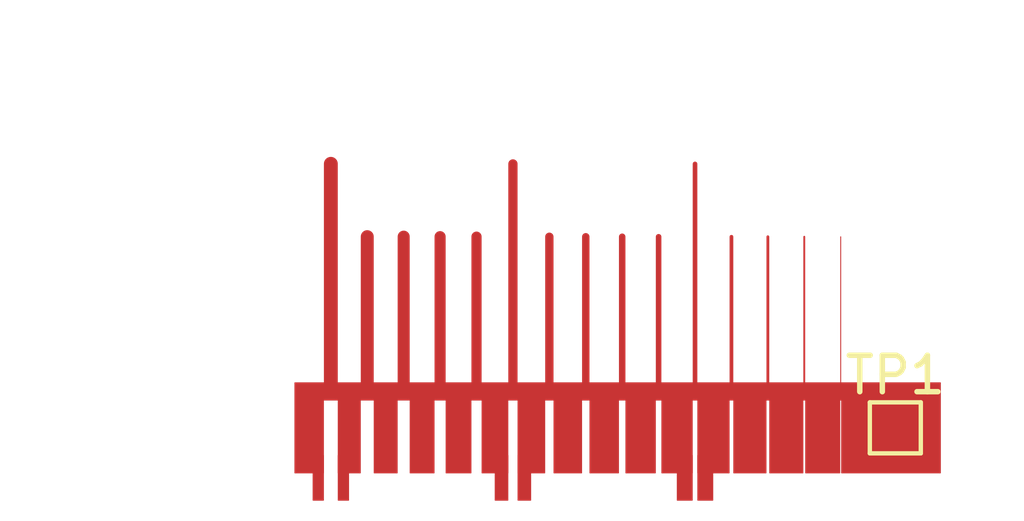
<source format=kicad_pcb>
(kicad_pcb (version 20211014) (generator pcbnew)
  (layers (0 "F.Cu" signal) (31 "B.Cu" signal) (34 "B.Paste" user) (35 "F.Paste" user) (36 "B.SilkS" user "B.Silkscreen") (37 "F.SilkS" user "F.Silkscreen") (38 "B.Mask" user) (39 "F.Mask" user) (44 "Edge.Cuts" user))
  (net 0 "")
  (net 1 "GND")
  (footprint "TestPoint:TestPoint_Pad_1.0x1.0mm" (layer "F.Cu") (at 64.5 34.25)
    (fp_text reference "TP1" (at 0 -1.448) (layer "F.SilkS"))
    (fp_text value "TestPoint")
    (fp_line (start 0.7 0.7) (end -0.7 0.7) (layer "F.SilkS") (width 0.12))
    (fp_line (start -0.7 -0.7) (end 0.7 -0.7) (layer "F.SilkS") (width 0.12))
    (fp_line (start -0.7 0.7) (end -0.7 -0.7) (layer "F.SilkS") (width 0.12))
    (fp_line (start 0.7 -0.7) (end 0.7 0.7) (layer "F.SilkS") (width 0.12))
    (pad "1" smd rect locked (at 0 0) (size 1 1) (layers "F.Cu" "F.Mask") (net 1 "GND"))
  )
  (segment (start 62 33.002738) (end 62 29.002738) (width 0.0508) (layer "F.Cu") (net 1))
  (segment (start 53 33) (end 53 29) (width 0.2794) (layer "F.Cu") (net 1))
  (segment (start 54 33.002738) (end 54 27.002738) (width 0.254) (layer "F.Cu") (net 1))
  (segment (start 59 33.002738) (end 59 27.002738) (width 0.127) (layer "F.Cu") (net 1))
  (segment (start 49 33) (end 49 27) (width 0.381) (layer "F.Cu") (net 1))
  (segment (start 63 33.002738) (end 63 29.002738) (width 0.0254) (layer "F.Cu") (net 1))
  (segment (start 57 33.002738) (end 57 29.002738) (width 0.1778) (layer "F.Cu") (net 1))
  (segment (start 58 33.002738) (end 58 29.002738) (width 0.1524) (layer "F.Cu") (net 1))
  (segment (start 60 33.002738) (end 60 29.002738) (width 0.1016) (layer "F.Cu") (net 1))
  (segment (start 55 33.002738) (end 55 29.002738) (width 0.2286) (layer "F.Cu") (net 1))
  (segment (start 50 33) (end 50 29) (width 0.3556) (layer "F.Cu") (net 1))
  (segment (start 52 33) (end 52 29) (width 0.3048) (layer "F.Cu") (net 1))
  (segment (start 56 33.002738) (end 56 29.002738) (width 0.2032) (layer "F.Cu") (net 1))
  (segment (start 61 33.002738) (end 61 29.002738) (width 0.0762) (layer "F.Cu") (net 1))
  (segment (start 51 33) (end 51 29) (width 0.3302) (layer "F.Cu") (net 1))
  (zone (net 0) (net_name "") (layer "F.Cu") (connect_pads yes (clearance 0)) (min_thickness 0.0254)
    (keepout (tracks not_allowed) (vias not_allowed) (pads not_allowed) (copperpour not_allowed) (footprints allowed))
    (fill (thermal_gap 0.508) (thermal_bridge_width 0.508))
    (polygon (pts (xy 58.0762 36.5146) (xy 57.9238 36.5146) (xy 57.9238 33.5) (xy 58.0762 33.5)))
  )
  (zone (net 0) (net_name "") (layer "F.Cu") (connect_pads yes (clearance 0)) (min_thickness 0.0254)
    (keepout (tracks not_allowed) (vias not_allowed) (pads not_allowed) (copperpour not_allowed) (footprints allowed))
    (fill (thermal_gap 0.508) (thermal_bridge_width 0.508))
    (polygon (pts (xy 54.127 36.5146) (xy 53.873 36.5146) (xy 53.873 33.5) (xy 54.127 33.5)))
  )
  (zone (net 0) (net_name "") (layer "F.Cu") (connect_pads yes (clearance 0)) (min_thickness 0.0254)
    (keepout (tracks not_allowed) (vias not_allowed) (pads not_allowed) (copperpour not_allowed) (footprints allowed))
    (fill (thermal_gap 0.508) (thermal_bridge_width 0.508))
    (polygon (pts (xy 51.1651 36.5146) (xy 50.8349 36.5146) (xy 50.8349 33.5) (xy 51.1651 33.5)))
  )
  (zone (net 0) (net_name "") (layer "F.Cu") (connect_pads yes (clearance 0)) (min_thickness 0.0254)
    (keepout (tracks not_allowed) (vias not_allowed) (pads not_allowed) (copperpour not_allowed) (footprints allowed))
    (fill (thermal_gap 0.508) (thermal_bridge_width 0.508))
    (polygon (pts (xy 60.0508 36.5146) (xy 59.9492 36.5146) (xy 59.9492 33.5) (xy 60.0508 33.5)))
  )
  (zone (net 0) (net_name "") (layer "F.Cu") (connect_pads yes (clearance 0)) (min_thickness 0.0254)
    (keepout (tracks not_allowed) (vias not_allowed) (pads not_allowed) (copperpour not_allowed) (footprints allowed))
    (fill (thermal_gap 0.508) (thermal_bridge_width 0.508))
    (polygon (pts (xy 59.0635 36.5146) (xy 58.9365 36.5146) (xy 58.9365 33.5) (xy 59.0635 33.5)))
  )
  (zone (net 0) (net_name "") (layer "F.Cu") (connect_pads yes (clearance 0)) (min_thickness 0.0254)
    (keepout (tracks not_allowed) (vias not_allowed) (pads not_allowed) (copperpour not_allowed) (footprints allowed))
    (fill (thermal_gap 0.508) (thermal_bridge_width 0.508))
    (polygon (pts (xy 53.1397 36.5146) (xy 52.8603 36.5146) (xy 52.8603 33.5) (xy 53.1397 33.5)))
  )
  (zone (net 0) (net_name "") (layer "F.Cu") (connect_pads yes (clearance 0)) (min_thickness 0.0254)
    (keepout (tracks not_allowed) (vias not_allowed) (pads not_allowed) (copperpour not_allowed) (footprints allowed))
    (fill (thermal_gap 0.508) (thermal_bridge_width 0.508))
    (polygon (pts (xy 56.1016 36.5146) (xy 55.8984 36.5146) (xy 55.8984 33.5) (xy 56.1016 33.5)))
  )
  (zone (net 0) (net_name "") (layer "F.Cu") (connect_pads yes (clearance 0)) (min_thickness 0.0254)
    (keepout (tracks not_allowed) (vias not_allowed) (pads not_allowed) (copperpour not_allowed) (footprints allowed))
    (fill (thermal_gap 0.508) (thermal_bridge_width 0.508))
    (polygon (pts (xy 55.1143 36.5146) (xy 54.8857 36.5146) (xy 54.8857 33.5) (xy 55.1143 33.5)))
  )
  (zone (net 0) (net_name "") (layer "F.Cu") (connect_pads yes (clearance 0)) (min_thickness 0.0254)
    (keepout (tracks not_allowed) (vias not_allowed) (pads not_allowed) (copperpour not_allowed) (footprints allowed))
    (fill (thermal_gap 0.508) (thermal_bridge_width 0.508))
    (polygon (pts (xy 50.1778 36.5146) (xy 49.8222 36.5146) (xy 49.8222 33.5) (xy 50.1778 33.5)))
  )
  (zone (net 1) (net_name "GND") (layer "F.Cu") (connect_pads yes (clearance 0)) (min_thickness 0.0254) (fill yes (thermal_gap 0.508) (thermal_bridge_width 0.508))
    (polygon (pts (xy 59.5 36.25) (xy 58.5 36.25) (xy 58.5 35) (xy 59.5 35)))
  )
  (zone (net 0) (net_name "") (layer "F.Cu") (connect_pads yes (clearance 0)) (min_thickness 0.0254)
    (keepout (tracks not_allowed) (vias not_allowed) (pads not_allowed) (copperpour not_allowed) (footprints allowed))
    (fill (thermal_gap 0.508) (thermal_bridge_width 0.508))
    (polygon (pts (xy 63.0127 36.5146) (xy 62.9873 36.5146) (xy 62.9873 33.5) (xy 63.0127 33.5)))
  )
  (zone (net 0) (net_name "") (layer "F.Cu") (connect_pads yes (clearance 0)) (min_thickness 0.0254)
    (keepout (tracks not_allowed) (vias not_allowed) (pads not_allowed) (copperpour not_allowed) (footprints allowed))
    (fill (thermal_gap 0.508) (thermal_bridge_width 0.508))
    (polygon (pts (xy 57.0889 36.5146) (xy 56.9111 36.5146) (xy 56.9111 33.5) (xy 57.0889 33.5)))
  )
  (zone (net 0) (net_name "") (layer "F.Cu") (connect_pads yes (clearance 0)) (min_thickness 0.0254)
    (keepout (tracks not_allowed) (vias not_allowed) (pads not_allowed) (copperpour not_allowed) (footprints allowed))
    (fill (thermal_gap 0.508) (thermal_bridge_width 0.508))
    (polygon (pts (xy 62.0254 36.5146) (xy 61.9746 36.5146) (xy 61.9746 33.5) (xy 62.0254 33.5)))
  )
  (zone (net 0) (net_name "") (layer "F.Cu") (connect_pads yes (clearance 0)) (min_thickness 0.0254)
    (keepout (tracks not_allowed) (vias not_allowed) (pads not_allowed) (copperpour not_allowed) (footprints allowed))
    (fill (thermal_gap 0.508) (thermal_bridge_width 0.508))
    (polygon (pts (xy 52.1524 36.5146) (xy 51.8476 36.5146) (xy 51.8476 33.5) (xy 52.1524 33.5)))
  )
  (zone (net 0) (net_name "") (layer "F.Cu") (connect_pads yes (clearance 0)) (min_thickness 0.0254)
    (keepout (tracks not_allowed) (vias not_allowed) (pads not_allowed) (copperpour not_allowed) (footprints allowed))
    (fill (thermal_gap 0.508) (thermal_bridge_width 0.508))
    (polygon (pts (xy 49.1905 36.5146) (xy 48.8095 36.5146) (xy 48.8095 33.5) (xy 49.1905 33.5)))
  )
  (zone (net 1) (net_name "GND") (layer "F.Cu") (connect_pads yes (clearance 0.3)) (min_thickness 0.0254) (fill yes (thermal_gap 0.508) (thermal_bridge_width 0.508))
    (polygon (pts (xy 65.75 35.5) (xy 48 35.5) (xy 48 33) (xy 65.75 33)))
  )
  (zone (net 1) (net_name "GND") (layer "F.Cu") (connect_pads yes (clearance 0)) (min_thickness 0.0254) (fill yes (thermal_gap 0.508) (thermal_bridge_width 0.508))
    (polygon (pts (xy 49.5 36.25) (xy 48.5 36.25) (xy 48.5 35) (xy 49.5 35)))
  )
  (zone (net 0) (net_name "") (layer "F.Cu") (connect_pads yes (clearance 0)) (min_thickness 0.0254)
    (keepout (tracks not_allowed) (vias not_allowed) (pads not_allowed) (copperpour not_allowed) (footprints allowed))
    (fill (thermal_gap 0.508) (thermal_bridge_width 0.508))
    (polygon (pts (xy 61.0381 36.5146) (xy 60.9619 36.5146) (xy 60.9619 33.5) (xy 61.0381 33.5)))
  )
  (zone (net 1) (net_name "GND") (layer "F.Cu") (connect_pads yes (clearance 0)) (min_thickness 0.0254) (fill yes (thermal_gap 0.508) (thermal_bridge_width 0.508))
    (polygon (pts (xy 54.5 36.25) (xy 53.5 36.25) (xy 53.5 35) (xy 54.5 35)))
  )
)
</source>
